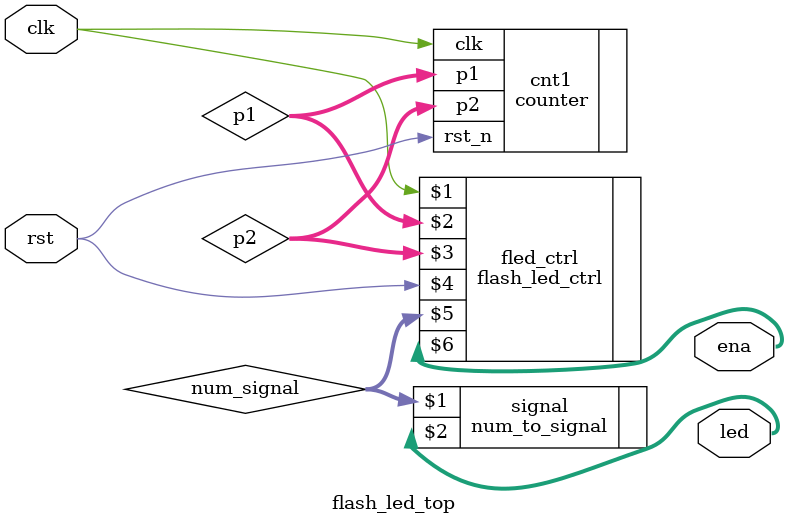
<source format=v>
`timescale 1ns / 1ps
module flash_led_top (
    input clk,
    input rst,
    output [7:0] led,
    output [3:0] ena
);
  wire [3:0] p1, p2;
  wire [3:0] num_signal;  //先提取信号
  
  counter cnt1 (
      .clk(clk),
      .rst_n(rst),
      .p1(p1),
      .p2(p2)
  );
  num_to_signal signal (
      num_signal,
      led
  );
  flash_led_ctrl fled_ctrl (
      clk,
      p1,
      p2,
      rst,
      num_signal,
      ena
  );
endmodule

</source>
